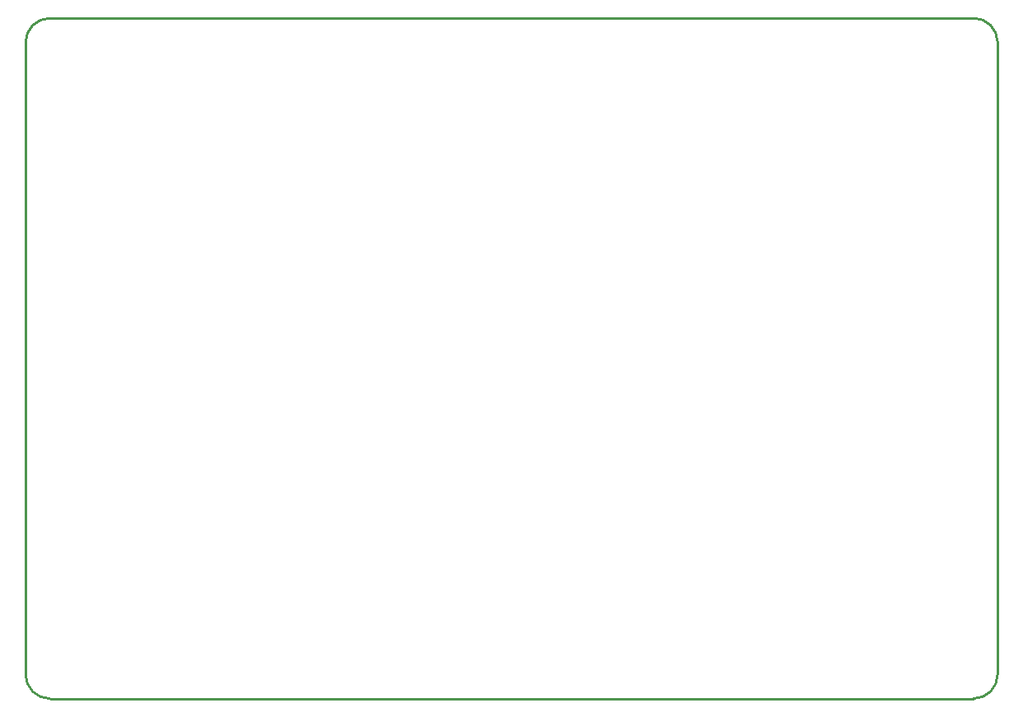
<source format=gko>
G04 Layer: BoardOutline*
G04 EasyEDA v6.4.7, 2021-01-21T12:31:56+00:00*
G04 8b80c43fe55248bfb6e8376c4506c8f5,74a5fafabdd44b6e8d5e0fe5421ccbd6,10*
G04 Gerber Generator version 0.2*
G04 Scale: 100 percent, Rotated: No, Reflected: No *
G04 Dimensions in millimeters *
G04 leading zeros omitted , absolute positions ,3 integer and 3 decimal *
%FSLAX33Y33*%
%MOMM*%
G90*
D02*

%ADD10C,0.254000*%
G54D10*
G01X0Y2500D02*
G01X0Y67500D01*
G01X97500Y0D02*
G01X2499Y0D01*
G01X100000Y67500D02*
G01X100000Y2500D01*
G01X2499Y70000D02*
G01X97500Y70000D01*
G75*
G01X0Y67500D02*
G02X2500Y70000I2500J0D01*
G01*
G75*
G01X97500Y70000D02*
G02X100000Y67500I0J-2500D01*
G01*
G75*
G01X2500Y0D02*
G02X0Y2500I0J2500D01*
G01*
G75*
G01X100000Y2500D02*
G02X97500Y0I-2500J0D01*
G01*

%LPD*%
M00*
M02*

</source>
